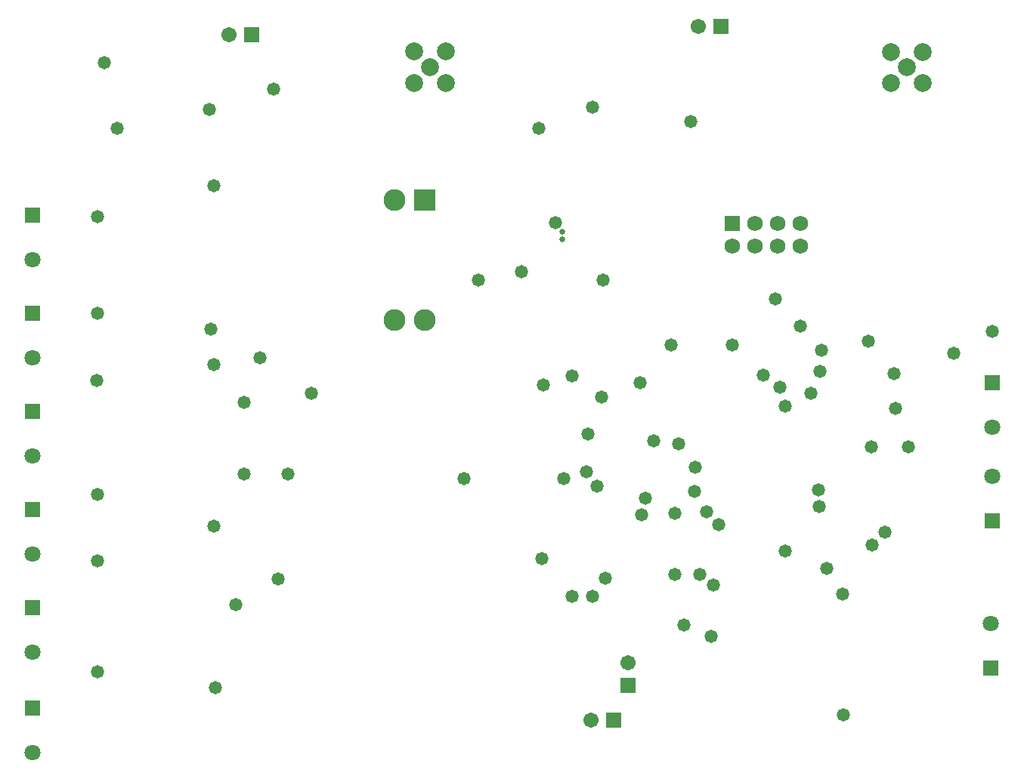
<source format=gbr>
%TF.GenerationSoftware,Altium Limited,Altium Designer,19.1.8 (144)*%
G04 Layer_Color=16711935*
%FSLAX25Y25*%
%MOIN*%
%TF.FileFunction,Soldermask,Bot*%
%TF.Part,Single*%
G01*
G75*
%TA.AperFunction,ComponentPad*%
%ADD34R,0.09646X0.09646*%
%ADD35C,0.09646*%
%ADD46C,0.07887*%
%ADD47R,0.07099X0.07099*%
%ADD48C,0.07099*%
%ADD49C,0.06902*%
%ADD50R,0.06902X0.06902*%
%ADD51R,0.06706X0.06706*%
%ADD52C,0.06706*%
%ADD53R,0.06706X0.06706*%
%TA.AperFunction,ViaPad*%
%ADD54C,0.05800*%
%ADD55C,0.07887*%
%ADD56C,0.02520*%
D34*
X190748Y255847D02*
D03*
D35*
Y202815D02*
D03*
X177362Y255847D02*
D03*
Y202815D02*
D03*
D46*
X403306Y314266D02*
D03*
X396347Y307307D02*
D03*
Y321226D02*
D03*
X410266Y307307D02*
D03*
X410266Y321226D02*
D03*
X200058Y321451D02*
D03*
Y307532D02*
D03*
X186139Y321451D02*
D03*
Y307532D02*
D03*
X193099Y314492D02*
D03*
D47*
X17717Y205709D02*
D03*
X440945Y114173D02*
D03*
X17717Y249016D02*
D03*
X440945Y175197D02*
D03*
X17717Y162402D02*
D03*
Y119095D02*
D03*
Y75787D02*
D03*
Y31496D02*
D03*
X440314Y49207D02*
D03*
D48*
X17717Y186024D02*
D03*
X440945Y133858D02*
D03*
X17717Y229331D02*
D03*
X440945Y155512D02*
D03*
X17717Y142717D02*
D03*
Y99410D02*
D03*
Y56102D02*
D03*
Y11811D02*
D03*
X440314Y68893D02*
D03*
D49*
X356476Y235330D02*
D03*
X346476D02*
D03*
X336476D02*
D03*
X326476D02*
D03*
X356476Y245329D02*
D03*
X346476D02*
D03*
X336476D02*
D03*
D50*
X326476D02*
D03*
D51*
X274035Y25979D02*
D03*
X321373Y332455D02*
D03*
X114290Y328735D02*
D03*
D52*
X264035Y25979D02*
D03*
X280275Y51274D02*
D03*
X311373Y332455D02*
D03*
X104290Y328735D02*
D03*
D53*
X280275Y41274D02*
D03*
D54*
X248425Y245669D02*
D03*
X255906Y178150D02*
D03*
X243110Y174213D02*
D03*
X140748Y170276D02*
D03*
X308071Y290354D02*
D03*
X241142Y287402D02*
D03*
X214567Y220473D02*
D03*
X111221Y166339D02*
D03*
Y134843D02*
D03*
X118110Y186024D02*
D03*
X130413Y134843D02*
D03*
X264764Y80709D02*
D03*
X255906D02*
D03*
X316929Y62992D02*
D03*
X305118Y67913D02*
D03*
X301181Y90551D02*
D03*
X317913Y85630D02*
D03*
X312008Y90551D02*
D03*
X96457Y198819D02*
D03*
X46260Y205709D02*
D03*
Y248465D02*
D03*
X440945Y197835D02*
D03*
X365158Y180118D02*
D03*
X347441Y173228D02*
D03*
X310039Y137795D02*
D03*
X424213Y187992D02*
D03*
X365708Y189562D02*
D03*
X356288Y199966D02*
D03*
X345334Y211904D02*
D03*
X397795Y179030D02*
D03*
X97795Y183066D02*
D03*
X268858Y168696D02*
D03*
X264625Y296747D02*
D03*
X95826Y295861D02*
D03*
X107342Y77160D02*
D03*
X302617Y148125D02*
D03*
X398483Y163873D02*
D03*
X387755Y146648D02*
D03*
X374960Y81885D02*
D03*
X375255Y28341D02*
D03*
X320432Y112495D02*
D03*
X315117Y118007D02*
D03*
X309704Y127160D02*
D03*
X301239Y117318D02*
D03*
X364428Y127849D02*
D03*
X364822Y120271D02*
D03*
X49566Y316530D02*
D03*
X54979Y287495D02*
D03*
X388149Y103440D02*
D03*
X393858Y109050D02*
D03*
X299271Y191727D02*
D03*
X126042Y88479D02*
D03*
X288149Y124109D02*
D03*
X286476Y116826D02*
D03*
X340216Y178538D02*
D03*
X291692Y149404D02*
D03*
X262603Y152313D02*
D03*
X349665Y100881D02*
D03*
X349861Y164857D02*
D03*
X242381Y97436D02*
D03*
X270531Y88676D02*
D03*
X367972Y93007D02*
D03*
X361180Y170566D02*
D03*
X326535Y191826D02*
D03*
X285787Y175093D02*
D03*
X208129Y132869D02*
D03*
X252125Y132672D02*
D03*
X266594Y129522D02*
D03*
X262066Y135625D02*
D03*
X124074Y304719D02*
D03*
X45924Y176077D02*
D03*
X46515Y125881D02*
D03*
X46417Y96550D02*
D03*
X46515Y47436D02*
D03*
X97598Y111609D02*
D03*
X97795Y261904D02*
D03*
X98385Y40546D02*
D03*
X233326Y224109D02*
D03*
X269350Y220566D02*
D03*
X403922Y146791D02*
D03*
X386322Y193291D02*
D03*
D55*
X410266Y321226D02*
D03*
X410266Y307307D02*
D03*
X396347Y321226D02*
D03*
Y307307D02*
D03*
X403306Y314266D02*
D03*
X193099Y314492D02*
D03*
X186139Y307532D02*
D03*
Y321451D02*
D03*
X200058Y307532D02*
D03*
Y321451D02*
D03*
D56*
X251401Y241617D02*
D03*
Y238467D02*
D03*
%TF.MD5,bfd68946fca992d08b112f8595787ace*%
M02*

</source>
